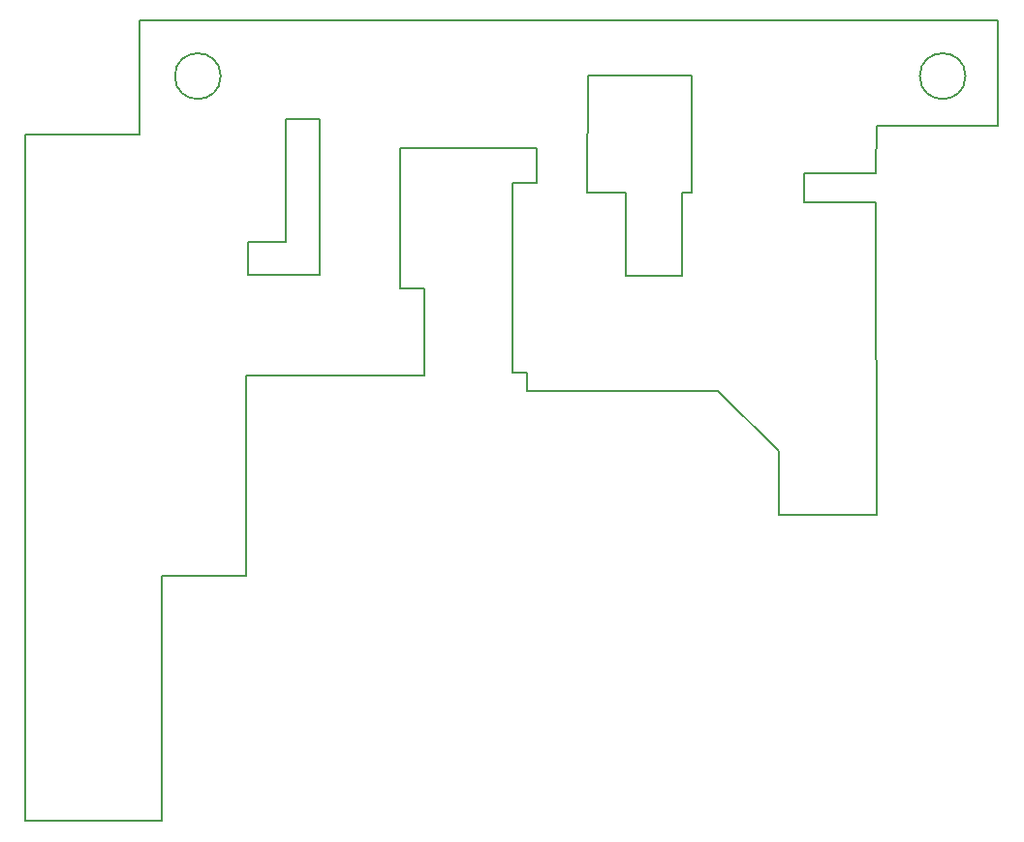
<source format=gbr>
%TF.GenerationSoftware,KiCad,Pcbnew,(5.1.6)-1*%
%TF.CreationDate,2020-08-21T18:39:33+02:00*%
%TF.ProjectId,Shiba GD-IDE,53686962-6120-4474-942d-4944452e6b69,rev?*%
%TF.SameCoordinates,Original*%
%TF.FileFunction,Profile,NP*%
%FSLAX46Y46*%
G04 Gerber Fmt 4.6, Leading zero omitted, Abs format (unit mm)*
G04 Created by KiCad (PCBNEW (5.1.6)-1) date 2020-08-21 18:39:33*
%MOMM*%
%LPD*%
G01*
G04 APERTURE LIST*
%TA.AperFunction,Profile*%
%ADD10C,0.200000*%
%TD*%
G04 APERTURE END LIST*
D10*
X190068200Y-82905600D02*
X190068200Y-73667837D01*
X179400200Y-86995000D02*
X179404529Y-82903594D01*
X122105072Y-78517837D02*
G75*
G03*
X122105072Y-78517837I-2000000J0D01*
G01*
X115055072Y-83667837D02*
X105055072Y-83667837D01*
X187205072Y-78517837D02*
G75*
G03*
X187205072Y-78517837I-2000000J0D01*
G01*
X105054400Y-143662400D02*
X116959976Y-143662400D01*
X115055072Y-73667837D02*
X115055072Y-83667837D01*
X190068200Y-73667837D02*
X115055072Y-73667837D01*
X105055072Y-83667837D02*
X105054400Y-143662400D01*
X165586044Y-106033132D02*
X170891200Y-111353600D01*
X170891200Y-111353600D02*
X170891200Y-116916200D01*
X148869400Y-106033132D02*
X165586044Y-106033132D01*
X116963373Y-122227621D02*
X124354773Y-122227621D01*
X179400200Y-89566673D02*
X173093788Y-89566673D01*
X162403973Y-88732242D02*
X162403973Y-95946947D01*
X116959976Y-143662400D02*
X116963373Y-122227621D01*
X137826766Y-84778227D02*
X145074292Y-84778227D01*
X157501773Y-95946947D02*
X157501773Y-88733347D01*
X124510660Y-93037349D02*
X127809173Y-93037349D01*
X162403973Y-95946947D02*
X157501773Y-95946947D01*
X173093788Y-89566673D02*
X173093788Y-86996673D01*
X179404529Y-82903594D02*
X190068200Y-82905600D01*
X170891200Y-116916200D02*
X179404529Y-116916200D01*
X139869998Y-104723792D02*
X139869998Y-97055404D01*
X139869998Y-97055404D02*
X137826766Y-97055404D01*
X124510660Y-95943061D02*
X124510660Y-93037349D01*
X147638826Y-97254215D02*
X147638826Y-104446433D01*
X127809173Y-82276034D02*
X130721651Y-82276034D01*
X147638826Y-104446433D02*
X148868644Y-104446433D01*
X154163528Y-88733347D02*
X154187514Y-78501900D01*
X124354773Y-104723792D02*
X139869998Y-104723792D01*
X173093788Y-86996673D02*
X179400200Y-86995000D01*
X130721651Y-95943061D02*
X124510660Y-95943061D01*
X124354773Y-122227621D02*
X124354773Y-104723792D01*
X154187514Y-78501900D02*
X163295752Y-78501900D01*
X163295752Y-78501900D02*
X163295752Y-88732242D01*
X163295752Y-88732242D02*
X162403973Y-88732242D01*
X145074292Y-84778227D02*
X149747916Y-84778227D01*
X149747916Y-84778227D02*
X149747916Y-87867755D01*
X127809173Y-93037349D02*
X127809173Y-82276034D01*
X137826766Y-97055404D02*
X137826766Y-84778227D01*
X157501773Y-88733347D02*
X154163528Y-88733347D01*
X130721651Y-82276034D02*
X130721651Y-95943061D01*
X149747916Y-87867755D02*
X147638826Y-87867755D01*
X148868644Y-104446433D02*
X148869400Y-106033132D01*
X147638826Y-87867755D02*
X147638826Y-97254215D01*
X179404529Y-116916200D02*
X179400200Y-89566673D01*
M02*

</source>
